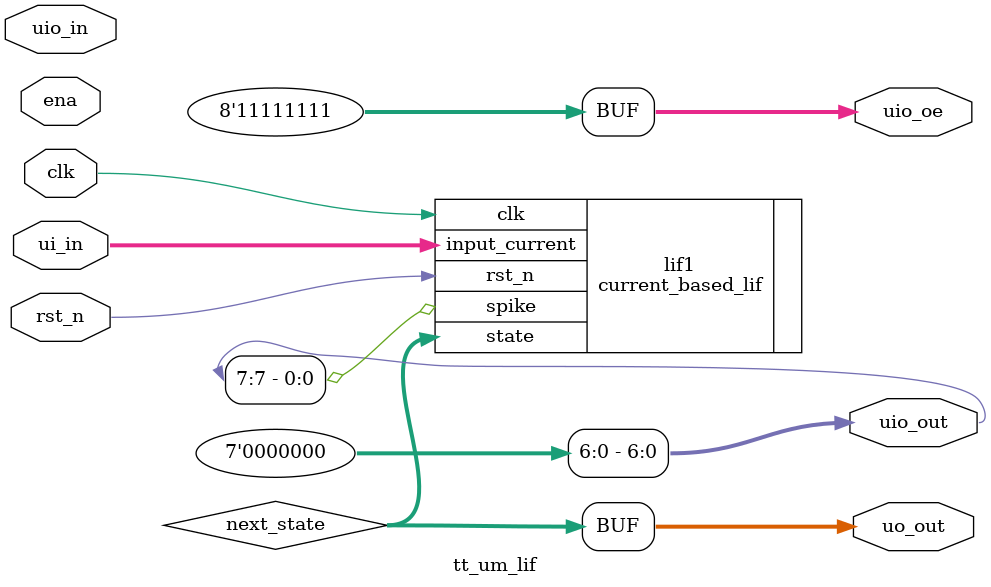
<source format=v>
`default_nettype none

module tt_um_lif (
    input  wire [7:0] ui_in,    // Dedicated inputs - connected to the input switches
    output wire [7:0] uo_out,   // Dedicated outputs - connected to the 7-segment display
    input  wire [7:0] uio_in,   // IOs: Bidirectional Input path
    output wire [7:0] uio_out,  // IOs: Bidirectional Output path
    output wire [7:0] uio_oe,   // IOs: Bidirectional Enable path (active high: 0=input, 1=output)
    input  wire       ena,      // Input enable signal, active high
    input  wire       clk,      // Input clock signal
    input  wire       rst_n     // Input reset signal (active low)
);
    wire [7:0] next_state; // wire to hold next_state value

    assign uio_oe = 8'b11111111;      // Set all bits of the bidirectional enable path to 1, indicating they are in output mode
    assign uio_out[6:0] = 7'd0;       // Initialize the 7-segment display output to all zeros

    // Instantiate the segment display module
    //lif lif1(.current(ui_in), .clk(clk), .rst_n(rst_n), .spike(uio_out[7]), .state(uo_out));
    //lif lif2(.current({uio_out[7], 7'b0000000}), .clk(clk), .rst_n(rst_n), .spike(uio_out[6]), .state(uo_out));
    current_based_lif lif1(.input_current(ui_in), .clk(clk), .rst_n(rst_n), .spike(uio_out[7]), .state(next_state));

    assign uo_out = next_state;

endmodule
</source>
